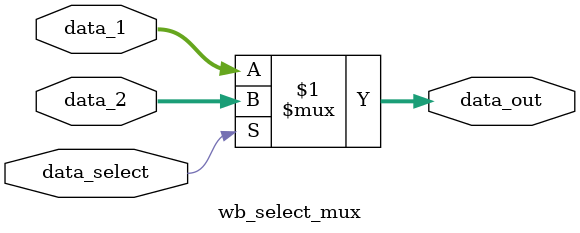
<source format=v>
module wb_select_mux(
	input data_select,
	input [31:0] data_1,
	input [31:0] data_2,
	output [31:0] data_out);

	assign data_out = data_select ? data_2 : data_1;

endmodule // wb_select_mux
</source>
